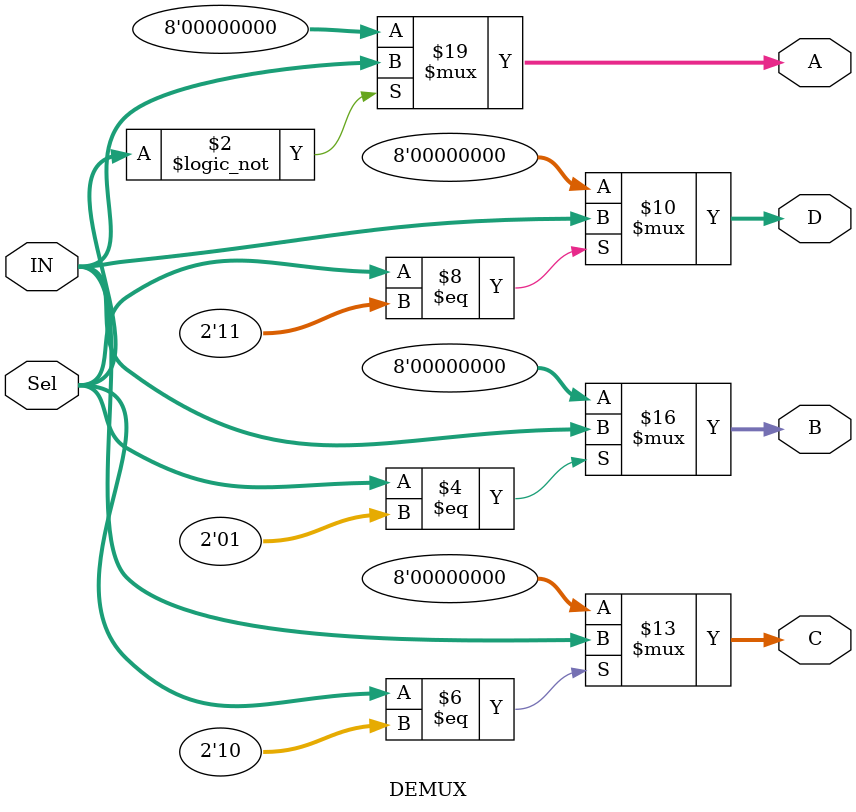
<source format=v>
`timescale 1ns/1ps

module DEMUX(
    A,B,C,D,
    IN,
    Sel
);

  input [7:0] IN;
  input [1:0] Sel;
  output reg [7:0]A,B,C,D;

  always @(IN,Sel)
  begin
    if(Sel==2'h0)
    begin
      A=IN ;
    end
    else
    begin
      A=8'h00;
    end
  end

  always @(IN,Sel)
  begin
    if(Sel==2'h1)
    begin
      B=IN ;
    end
    else
    begin
      B=8'h00;
    end
  end

  always @(IN,Sel)
  begin
    if(Sel==2'h2)
    begin
      C=IN ;
    end
    else
    begin
      C=8'h00;
    end
  end

  always @(IN,Sel)
  begin
    if(Sel==2'h3)
    begin
      D=IN ;
    end
    else
    begin
      D=8'h00;
    end
  end
  

endmodule
</source>
